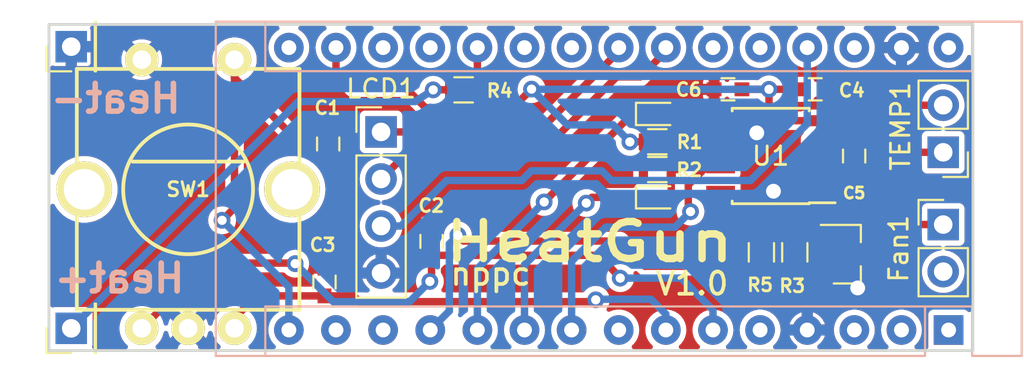
<source format=kicad_pcb>
(kicad_pcb (version 20221018) (generator pcbnew)
  (layers (0 "F.Cu" signal) (31 "B.Cu" signal) (34 "B.Paste" user) (35 "F.Paste" user) (36 "B.SilkS" user "B.Silkscreen") (37 "F.SilkS" user "F.Silkscreen") (38 "B.Mask" user) (39 "F.Mask" user) (44 "Edge.Cuts" user))
  (net 0 "")
  (net 1 "GND")
  (net 2 "Net-(J4-Pad23)")
  (net 3 "Net-(J4-Pad24)")
  (net 4 "VCC")
  (net 5 "Net-(Q2-Pad1)")
  (net 6 "Net-(C2-Pad1)")
  (net 7 "Net-(C3-Pad1)")
  (net 8 "Net-(C1-Pad1)")
  (net 9 "+3V3")
  (net 10 "Net-(C5-Pad2)")
  (net 11 "Net-(C5-Pad1)")
  (net 12 "Net-(D1-Pad2)")
  (net 13 "/T_SCK")
  (net 14 "Net-(D2-Pad2)")
  (net 15 "/T_CS")
  (net 16 "Net-(Fan1-Pad1)")
  (net 17 "/Heater")
  (net 18 "/Fan")
  (net 19 "/T_SO")
  (net 20 "Net-(Heater_pos1-Pad1)")
  (footprint "TO_SOT_Packages_SMD:SOT-23" (layer "F.Cu") (at 166.3 130.9)
    (fp_text reference "Q2" hide)
    (fp_text value "SI2308" hide)
    (fp_line (start 0.76 -1.58) (end -1.4 -1.58) (stroke (width 0.12)) (layer "F.SilkS"))
    (fp_line (start 0.76 -1.58) (end 0.76 -0.65) (stroke (width 0.12)) (layer "F.SilkS"))
    (fp_line (start 0.76 1.58) (end -0.7 1.58) (stroke (width 0.12)) (layer "F.SilkS"))
    (fp_line (start 0.76 1.58) (end 0.76 0.65) (stroke (width 0.12)) (layer "F.SilkS"))
    (pad "1" smd rect (at -1 -0.95) (size 0.9 0.8) (layers "F.Cu" "F.Paste" "F.Mask") (net 5 "Net-(Q2-Pad1)"))
    (pad "2" smd rect (at -1 0.95) (size 0.9 0.8) (layers "F.Cu" "F.Paste" "F.Mask") (net 1 "GND"))
    (pad "3" smd rect (at 1 0) (size 0.9 0.8) (layers "F.Cu" "F.Paste" "F.Mask") (net 16 "Net-(Fan1-Pad1)"))
  )
  (footprint "Resistors_SMD:R_0603" (layer "F.Cu") (at 156.09 124.83 180)
    (fp_text reference "R1" (at -1.74 -0.02 180) (layer "F.SilkS") (effects (font (size 0.7 0.7))))
    (fp_text value "10K" hide)
    (fp_line (start -0.5 -0.68) (end 0.5 -0.68) (stroke (width 0.12)) (layer "F.SilkS"))
    (fp_line (start 0.5 0.68) (end -0.5 0.68) (stroke (width 0.12)) (layer "F.SilkS"))
    (pad "1" smd rect (at -0.75 0 180) (size 0.5 0.9) (layers "F.Cu" "F.Paste" "F.Mask") (net 12 "Net-(D1-Pad2)"))
    (pad "2" smd rect (at 0.75 0 180) (size 0.5 0.9) (layers "F.Cu" "F.Paste" "F.Mask") (net 9 "+3V3"))
  )
  (footprint "Resistors_SMD:R_0603" (layer "F.Cu") (at 156.09 126.33)
    (fp_text reference "R2" (at 1.72 0.02) (layer "F.SilkS") (effects (font (size 0.7 0.7))))
    (fp_text value "10K" hide)
    (fp_line (start -0.5 -0.68) (end 0.5 -0.68) (stroke (width 0.12)) (layer "F.SilkS"))
    (fp_line (start 0.5 0.68) (end -0.5 0.68) (stroke (width 0.12)) (layer "F.SilkS"))
    (pad "1" smd rect (at -0.75 0) (size 0.5 0.9) (layers "F.Cu" "F.Paste" "F.Mask") (net 9 "+3V3"))
    (pad "2" smd rect (at 0.75 0) (size 0.5 0.9) (layers "F.Cu" "F.Paste" "F.Mask") (net 14 "Net-(D2-Pad2)"))
  )
  (footprint "Resistors_SMD:R_0603" (layer "F.Cu") (at 163.5 130.8 -90)
    (fp_text reference "R3" (at 1.81 0.14) (layer "F.SilkS") (effects (font (size 0.7 0.7))))
    (fp_text value "10K" hide)
    (fp_line (start -0.5 -0.68) (end 0.5 -0.68) (stroke (width 0.12)) (layer "F.SilkS"))
    (fp_line (start 0.5 0.68) (end -0.5 0.68) (stroke (width 0.12)) (layer "F.SilkS"))
    (pad "1" smd rect (at -0.75 0 270) (size 0.5 0.9) (layers "F.Cu" "F.Paste" "F.Mask") (net 5 "Net-(Q2-Pad1)"))
    (pad "2" smd rect (at 0.75 0 270) (size 0.5 0.9) (layers "F.Cu" "F.Paste" "F.Mask") (net 1 "GND"))
  )
  (footprint "Resistors_SMD:R_0603" (layer "F.Cu") (at 145.65 122.03 180)
    (fp_text reference "R4" (at -1.94 -0.05) (layer "F.SilkS") (effects (font (size 0.7 0.7))))
    (fp_text value "680" hide)
    (fp_line (start -0.5 -0.68) (end 0.5 -0.68) (stroke (width 0.12)) (layer "F.SilkS"))
    (fp_line (start 0.5 0.68) (end -0.5 0.68) (stroke (width 0.12)) (layer "F.SilkS"))
    (pad "1" smd rect (at -0.75 0 180) (size 0.5 0.9) (layers "F.Cu" "F.Paste" "F.Mask") (net 17 "/Heater"))
    (pad "2" smd rect (at 0.75 0 180) (size 0.5 0.9) (layers "F.Cu" "F.Paste" "F.Mask") (net 20 "Net-(Heater_pos1-Pad1)"))
  )
  (footprint "Resistors_SMD:R_0603" (layer "F.Cu") (at 161.7 130.8 90)
    (fp_text reference "R5" (at -1.76 -0.07 180) (layer "F.SilkS") (effects (font (size 0.7 0.7))))
    (fp_text value "100" hide)
    (fp_line (start -0.5 -0.68) (end 0.5 -0.68) (stroke (width 0.12)) (layer "F.SilkS"))
    (fp_line (start 0.5 0.68) (end -0.5 0.68) (stroke (width 0.12)) (layer "F.SilkS"))
    (pad "1" smd rect (at -0.75 0 90) (size 0.5 0.9) (layers "F.Cu" "F.Paste" "F.Mask") (net 18 "/Fan"))
    (pad "2" smd rect (at 0.75 0 90) (size 0.5 0.9) (layers "F.Cu" "F.Paste" "F.Mask") (net 5 "Net-(Q2-Pad1)"))
  )
  (footprint "Capacitors_SMD:C_0603" (layer "F.Cu") (at 138.35 124.95 90)
    (fp_text reference "C1" (at 1.95 -0.04 180) (layer "F.SilkS") (effects (font (size 0.7 0.7))))
    (fp_text value "10n" hide)
    (fp_line (start -0.35 -0.6) (end 0.35 -0.6) (stroke (width 0.12)) (layer "F.SilkS"))
    (fp_line (start 0.35 0.6) (end -0.35 0.6) (stroke (width 0.12)) (layer "F.SilkS"))
    (pad "1" smd rect (at -0.75 0 90) (size 0.8 0.75) (layers "F.Cu" "F.Paste" "F.Mask") (net 8 "Net-(C1-Pad1)"))
    (pad "2" smd rect (at 0.75 0 90) (size 0.8 0.75) (layers "F.Cu" "F.Paste" "F.Mask") (net 1 "GND"))
  )
  (footprint "Capacitors_SMD:C_0603" (layer "F.Cu") (at 143.92 130.21 90)
    (fp_text reference "C2" (at 1.93 -0.01 180) (layer "F.SilkS") (effects (font (size 0.7 0.7))))
    (fp_text value "10n" hide)
    (fp_line (start -0.35 -0.6) (end 0.35 -0.6) (stroke (width 0.12)) (layer "F.SilkS"))
    (fp_line (start 0.35 0.6) (end -0.35 0.6) (stroke (width 0.12)) (layer "F.SilkS"))
    (pad "1" smd rect (at -0.75 0 90) (size 0.8 0.75) (layers "F.Cu" "F.Paste" "F.Mask") (net 6 "Net-(C2-Pad1)"))
    (pad "2" smd rect (at 0.75 0 90) (size 0.8 0.75) (layers "F.Cu" "F.Paste" "F.Mask") (net 1 "GND"))
  )
  (footprint "Capacitors_SMD:C_0603" (layer "F.Cu") (at 138.15 132.4 90)
    (fp_text reference "C3" (at 2 -0.1 180) (layer "F.SilkS") (effects (font (size 0.7 0.7))))
    (fp_text value "10n" hide)
    (fp_line (start -0.35 -0.6) (end 0.35 -0.6) (stroke (width 0.12)) (layer "F.SilkS"))
    (fp_line (start 0.35 0.6) (end -0.35 0.6) (stroke (width 0.12)) (layer "F.SilkS"))
    (pad "1" smd rect (at -0.75 0 90) (size 0.8 0.75) (layers "F.Cu" "F.Paste" "F.Mask") (net 7 "Net-(C3-Pad1)"))
    (pad "2" smd rect (at 0.75 0 90) (size 0.8 0.75) (layers "F.Cu" "F.Paste" "F.Mask") (net 1 "GND"))
  )
  (footprint "Capacitors_SMD:C_0603" (layer "F.Cu") (at 164.6 122)
    (fp_text reference "C4" (at 1.97 0.06) (layer "F.SilkS") (effects (font (size 0.7 0.7))))
    (fp_text value "10uf" hide)
    (fp_line (start -0.35 -0.6) (end 0.35 -0.6) (stroke (width 0.12)) (layer "F.SilkS"))
    (fp_line (start 0.35 0.6) (end -0.35 0.6) (stroke (width 0.12)) (layer "F.SilkS"))
    (pad "1" smd rect (at -0.75 0) (size 0.8 0.75) (layers "F.Cu" "F.Paste" "F.Mask") (net 9 "+3V3"))
    (pad "2" smd rect (at 0.75 0) (size 0.8 0.75) (layers "F.Cu" "F.Paste" "F.Mask") (net 1 "GND"))
  )
  (footprint "Capacitors_SMD:C_0603" (layer "F.Cu") (at 166.7 125.6 -90)
    (fp_text reference "C5" (at 2 0) (layer "F.SilkS") (effects (font (size 0.6 0.6))))
    (fp_text value "10n" hide)
    (fp_line (start -0.35 -0.6) (end 0.35 -0.6) (stroke (width 0.12)) (layer "F.SilkS"))
    (fp_line (start 0.35 0.6) (end -0.35 0.6) (stroke (width 0.12)) (layer "F.SilkS"))
    (pad "1" smd rect (at -0.75 0 270) (size 0.8 0.75) (layers "F.Cu" "F.Paste" "F.Mask") (net 11 "Net-(C5-Pad1)"))
    (pad "2" smd rect (at 0.75 0 270) (size 0.8 0.75) (layers "F.Cu" "F.Paste" "F.Mask") (net 10 "Net-(C5-Pad2)"))
  )
  (footprint "Capacitors_SMD:C_0603" (layer "F.Cu") (at 159.9 122 180)
    (fp_text reference "C6" (at 2.12 -0.02 180) (layer "F.SilkS") (effects (font (size 0.7 0.7))))
    (fp_text value "100n" hide)
    (fp_line (start -0.35 -0.6) (end 0.35 -0.6) (stroke (width 0.12)) (layer "F.SilkS"))
    (fp_line (start 0.35 0.6) (end -0.35 0.6) (stroke (width 0.12)) (layer "F.SilkS"))
    (pad "1" smd rect (at -0.75 0 180) (size 0.8 0.75) (layers "F.Cu" "F.Paste" "F.Mask") (net 9 "+3V3"))
    (pad "2" smd rect (at 0.75 0 180) (size 0.8 0.75) (layers "F.Cu" "F.Paste" "F.Mask") (net 1 "GND"))
  )
  (footprint "Diodes_SMD:D_SOD-523" (layer "F.Cu") (at 156.09 123.33)
    (fp_text reference "D1" hide)
    (fp_text value "1n4148w" hide)
    (fp_line (start -1.15 -0.6) (end -1.15 0.6) (stroke (width 0.12)) (layer "F.SilkS"))
    (fp_line (start 0.7 -0.6) (end -1.15 -0.6) (stroke (width 0.12)) (layer "F.SilkS"))
    (fp_line (start 0.7 0.6) (end -1.15 0.6) (stroke (width 0.12)) (layer "F.SilkS"))
    (pad "1" smd rect (at -0.7 0 180) (size 0.6 0.7) (layers "F.Cu" "F.Paste" "F.Mask") (net 13 "/T_SCK"))
    (pad "2" smd rect (at 0.7 0 180) (size 0.6 0.7) (layers "F.Cu" "F.Paste" "F.Mask") (net 12 "Net-(D1-Pad2)"))
  )
  (footprint "Diodes_SMD:D_SOD-523" (layer "F.Cu") (at 156.09 127.83)
    (fp_text reference "D2" hide)
    (fp_text value "1n4148w" hide)
    (fp_line (start -1.15 -0.6) (end -1.15 0.6) (stroke (width 0.12)) (layer "F.SilkS"))
    (fp_line (start 0.7 -0.6) (end -1.15 -0.6) (stroke (width 0.12)) (layer "F.SilkS"))
    (fp_line (start 0.7 0.6) (end -1.15 0.6) (stroke (width 0.12)) (layer "F.SilkS"))
    (pad "1" smd rect (at -0.7 0 180) (size 0.6 0.7) (layers "F.Cu" "F.Paste" "F.Mask") (net 15 "/T_CS"))
    (pad "2" smd rect (at 0.7 0 180) (size 0.6 0.7) (layers "F.Cu" "F.Paste" "F.Mask") (net 14 "Net-(D2-Pad2)"))
  )
  (footprint "Pin_Headers:Pin_Header_Straight_1x02_Pitch2.54mm" (layer "F.Cu") (at 171.5 129.3)
    (fp_text reference "Fan1" (at -2.4 1.3 90) (layer "F.SilkS"))
    (fp_text value "Fan" hide)
    (fp_line (start -1.33 -1.33) (end 0 -1.33) (stroke (width 0.12)) (layer "F.SilkS"))
    (fp_line (start -1.33 0) (end -1.33 -1.33) (stroke (width 0.12)) (layer "F.SilkS"))
    (fp_line (start -1.33 1.27) (end -1.33 3.87) (stroke (width 0.12)) (layer "F.SilkS"))
    (fp_line (start -1.33 1.27) (end 1.33 1.27) (stroke (width 0.12)) (layer "F.SilkS"))
    (fp_line (start -1.33 3.87) (end 1.33 3.87) (stroke (width 0.12)) (layer "F.SilkS"))
    (fp_line (start 1.33 1.27) (end 1.33 3.87) (stroke (width 0.12)) (layer "F.SilkS"))
    (pad "1" thru_hole rect (at 0 0) (size 1.7 1.7) (drill 1) (layers "*.Cu" "*.Mask") (net 16 "Net-(Fan1-Pad1)"))
    (pad "2" thru_hole oval (at 0 2.54) (size 1.7 1.7) (drill 1) (layers "*.Cu" "*.Mask"))
  )
  (footprint "Pin_Headers:Pin_Header_Straight_1x04_Pitch2.54mm" (layer "F.Cu") (at 141.2 124.3)
    (fp_text reference "LCD1" (at 0 -2.33) (layer "F.SilkS"))
    (fp_text value "LCD")
    (fp_line (start -1.33 -1.33) (end 0 -1.33) (stroke (width 0.12)) (layer "F.SilkS"))
    (fp_line (start -1.33 0) (end -1.33 -1.33) (stroke (width 0.12)) (layer "F.SilkS"))
    (fp_line (start -1.33 1.27) (end -1.33 8.95) (stroke (width 0.12)) (layer "F.SilkS"))
    (fp_line (start -1.33 1.27) (end 1.33 1.27) (stroke (width 0.12)) (layer "F.SilkS"))
    (fp_line (start -1.33 8.95) (end 1.33 8.95) (stroke (width 0.12)) (layer "F.SilkS"))
    (fp_line (start 1.33 1.27) (end 1.33 8.95) (stroke (width 0.12)) (layer "F.SilkS"))
    (pad "1" thru_hole rect (at 0 0) (size 1.7 1.7) (drill 1) (layers "*.Cu" "*.Mask") (net 2 "Net-(J4-Pad23)"))
    (pad "2" thru_hole oval (at 0 2.54) (size 1.7 1.7) (drill 1) (layers "*.Cu" "*.Mask") (net 3 "Net-(J4-Pad24)"))
    (pad "3" thru_hole oval (at 0 5.08) (size 1.7 1.7) (drill 1) (layers "*.Cu" "*.Mask") (net 4 "VCC"))
    (pad "4" thru_hole oval (at 0 7.62) (size 1.7 1.7) (drill 1) (layers "*.Cu" "*.Mask") (net 1 "GND"))
  )
  (footprint "KiCadCustomLibs:SF-ROTARY-ENCODER" (layer "F.Cu") (at 130.8 127.4)
    (fp_text reference "SW1" (at 0 0) (layer "F.SilkS") (effects (font (size 0.762 0.762) (thickness 0.1524))))
    (fp_text value "Rotary_Encoder" hide)
    (fp_line (start -6 -6.5) (end 6 -6.5) (stroke (width 0.2032)) (layer "F.SilkS"))
    (fp_line (start -6 6.5) (end -6 -6.5) (stroke (width 0.2032)) (layer "F.SilkS"))
    (fp_line (start 3 -1.5) (end -3 -1.5) (stroke (width 0.2032)) (layer "F.SilkS"))
    (fp_line (start 6 -6.5) (end 6 6.5) (stroke (width 0.2032)) (layer "F.SilkS"))
    (fp_line (start 6 6.5) (end -6 6.5) (stroke (width 0.2032)) (layer "F.SilkS"))
    (fp_circle (center 0 0) (end 3.5 0) (stroke (width 0.2032)) (fill none) (layer "F.SilkS"))
    (pad "" thru_hole circle (at -5.6 0) (size 3 3) (drill 2.2) (layers "*.Cu" "*.Mask" "F.SilkS"))
    (pad "" thru_hole circle (at 5.6 0) (size 3 3) (drill 2.2) (layers "*.Cu" "*.Mask" "F.SilkS"))
    (pad "1" thru_hole circle (at -2.5 7.5) (size 1.8 1.8) (drill 1) (layers "*.Cu" "*.Mask" "F.SilkS") (net 6 "Net-(C2-Pad1)"))
    (pad "2" thru_hole circle (at 0 7.5) (size 1.8 1.8) (drill 1) (layers "*.Cu" "*.Mask" "F.SilkS") (net 1 "GND"))
    (pad "3" thru_hole circle (at 2.5 7.5) (size 1.8 1.8) (drill 1) (layers "*.Cu" "*.Mask" "F.SilkS") (net 7 "Net-(C3-Pad1)"))
    (pad "4" thru_hole circle (at -2.5 -7) (size 1.8 1.8) (drill 1) (layers "*.Cu" "*.Mask" "F.SilkS") (net 1 "GND"))
    (pad "5" thru_hole circle (at 2.5 -7) (size 1.8 1.8) (drill 1) (layers "*.Cu" "*.Mask" "F.SilkS") (net 8 "Net-(C1-Pad1)"))
  )
  (footprint "Pin_Headers:Pin_Header_Straight_1x02_Pitch2.54mm" (layer "F.Cu") (at 171.5 125.4 180)
    (fp_text reference "TEMP1" (at 2.3 1.4 270) (layer "F.SilkS"))
    (fp_text value "Temp sensor" hide)
    (fp_line (start -1.33 -1.33) (end 0 -1.33) (stroke (width 0.12)) (layer "F.SilkS"))
    (fp_line (start -1.33 0) (end -1.33 -1.33) (stroke (width 0.12)) (layer "F.SilkS"))
    (fp_line (start -1.33 1.27) (end -1.33 3.87) (stroke (width 0.12)) (layer "F.SilkS"))
    (fp_line (start -1.33 1.27) (end 1.33 1.27) (stroke (width 0.12)) (layer "F.SilkS"))
    (fp_line (start -1.33 3.87) (end 1.33 3.87) (stroke (width 0.12)) (layer "F.SilkS"))
    (fp_line (start 1.33 1.27) (end 1.33 3.87) (stroke (width 0.12)) (layer "F.SilkS"))
    (pad "1" thru_hole rect (at 0 0 180) (size 1.7 1.7) (drill 1) (layers "*.Cu" "*.Mask") (net 10 "Net-(C5-Pad2)"))
    (pad "2" thru_hole oval (at 0 2.54 180) (size 1.7 1.7) (drill 1) (layers "*.Cu" "*.Mask") (net 11 "Net-(C5-Pad1)"))
  )
  (footprint "Housings_SOIC:SOIC-8_3.9x4.9mm_Pitch1.27mm" (layer "F.Cu") (at 162.2 125.6 180)
    (fp_text reference "U1" (at 0 0 180) (layer "F.SilkS"))
    (fp_text value "MAX31855K" hide)
    (fp_line (start -2.075 -2.575) (end -2.075 -2.525) (stroke (width 0.15)) (layer "F.SilkS"))
    (fp_line (start -2.075 -2.575) (end 2.075 -2.575) (stroke (width 0.15)) (layer "F.SilkS"))
    (fp_line (start -2.075 -2.525) (end -3.475 -2.525) (stroke (width 0.15)) (layer "F.SilkS"))
    (fp_line (start -2.075 2.575) (end -2.075 2.43) (stroke (width 0.15)) (layer "F.SilkS"))
    (fp_line (start -2.075 2.575) (end 2.075 2.575) (stroke (width 0.15)) (layer "F.SilkS"))
    (fp_line (start 2.075 -2.575) (end 2.075 -2.43) (stroke (width 0.15)) (layer "F.SilkS"))
    (fp_line (start 2.075 2.575) (end 2.075 2.43) (stroke (width 0.15)) (layer "F.SilkS"))
    (pad "1" smd rect (at -2.7 -1.905 180) (size 1.55 0.6) (layers "F.Cu" "F.Paste" "F.Mask") (net 1 "GND"))
    (pad "2" smd rect (at -2.7 -0.635 180) (size 1.55 0.6) (layers "F.Cu" "F.Paste" "F.Mask") (net 10 "Net-(C5-Pad2)"))
    (pad "3" smd rect (at -2.7 0.635 180) (size 1.55 0.6) (layers "F.Cu" "F.Paste" "F.Mask") (net 11 "Net-(C5-Pad1)"))
    (pad "4" smd rect (at -2.7 1.905 180) (size 1.55 0.6) (layers "F.Cu" "F.Paste" "F.Mask") (net 9 "+3V3"))
    (pad "5" smd rect (at 2.7 1.905 180) (size 1.55 0.6) (layers "F.Cu" "F.Paste" "F.Mask") (net 12 "Net-(D1-Pad2)"))
    (pad "6" smd rect (at 2.7 0.635 180) (size 1.55 0.6) (layers "F.Cu" "F.Paste" "F.Mask") (net 14 "Net-(D2-Pad2)"))
    (pad "7" smd rect (at 2.7 -0.635 180) (size 1.55 0.6) (layers "F.Cu" "F.Paste" "F.Mask") (net 19 "/T_SO"))
    (pad "8" smd rect (at 2.7 -1.905 180) (size 1.55 0.6) (layers "F.Cu" "F.Paste" "F.Mask"))
  )
  (footprint "Pin_Headers:Pin_Header_Straight_1x01_Pitch2.54mm" (layer "F.Cu") (at 124.5 119.7 90)
    (fp_text reference "Heater_neg1" hide)
    (fp_text value "HEAT")
    (fp_line (start -1.33 -1.33) (end 0 -1.33) (stroke (width 0.12)) (layer "F.SilkS"))
    (fp_line (start -1.33 0) (end -1.33 -1.33) (stroke (width 0.12)) (layer "F.SilkS"))
    (fp_line (start -1.33 1.27) (end -1.33 1.33) (stroke (width 0.12)) (layer "F.SilkS"))
    (fp_line (start -1.33 1.27) (end 1.33 1.27) (stroke (width 0.12)) (layer "F.SilkS"))
    (fp_line (start -1.33 1.33) (end 1.33 1.33) (stroke (width 0.12)) (layer "F.SilkS"))
    (fp_line (start 1.33 1.27) (end 1.33 1.33) (stroke (width 0.12)) (layer "F.SilkS"))
    (pad "1" thru_hole rect (at 0 0 90) (size 1.7 1.7) (drill 1) (layers "*.Cu" "*.Mask") (net 1 "GND"))
  )
  (footprint "Pin_Headers:Pin_Header_Straight_1x01_Pitch2.54mm" (layer "F.Cu") (at 124.5 134.9 90)
    (fp_text reference "Heater_pos1" hide)
    (fp_text value "HEAT")
    (fp_line (start -1.33 -1.33) (end 0 -1.33) (stroke (width 0.12)) (layer "F.SilkS"))
    (fp_line (start -1.33 0) (end -1.33 -1.33) (stroke (width 0.12)) (layer "F.SilkS"))
    (fp_line (start -1.33 1.27) (end -1.33 1.33) (stroke (width 0.12)) (layer "F.SilkS"))
    (fp_line (start -1.33 1.27) (end 1.33 1.27) (stroke (width 0.12)) (layer "F.SilkS"))
    (fp_line (start -1.33 1.33) (end 1.33 1.33) (stroke (width 0.12)) (layer "F.SilkS"))
    (fp_line (start 1.33 1.27) (end 1.33 1.33) (stroke (width 0.12)) (layer "F.SilkS"))
    (pad "1" thru_hole rect (at 0 0 90) (size 1.7 1.7) (drill 1) (layers "*.Cu" "*.Mask") (net 20 "Net-(Heater_pos1-Pad1)"))
  )
  (footprint "Modules:Arduino_Nano" (layer "B.Cu") (at 171.79 134.99 90)
    (fp_text reference "J4" hide)
    (fp_text value "Arduino_Nano_Header" hide)
    (fp_line (start -1.4 -39.5) (end 16.64 -39.5) (stroke (width 0.12)) (layer "B.SilkS"))
    (fp_line (start -1.4 -1.27) (end -1.4 -39.5) (stroke (width 0.12)) (layer "B.SilkS"))
    (fp_line (start -1.4 3.94) (end -1.4 1.27) (stroke (width 0.12)) (layer "B.SilkS"))
    (fp_line (start 1.27 -36.83) (end -1.4 -36.83) (stroke (width 0.12)) (layer "B.SilkS"))
    (fp_line (start 1.27 -1.27) (end -1.4 -1.27) (stroke (width 0.12)) (layer "B.SilkS"))
    (fp_line (start 1.27 -1.27) (end 1.27 -36.83) (stroke (width 0.12)) (layer "B.SilkS"))
    (fp_line (start 1.27 -1.27) (end 1.27 1.27) (stroke (width 0.12)) (layer "B.SilkS"))
    (fp_line (start 1.27 1.27) (end -1.4 1.27) (stroke (width 0.12)) (layer "B.SilkS"))
    (fp_line (start 13.97 -36.83) (end 16.64 -36.83) (stroke (width 0.12)) (layer "B.SilkS"))
    (fp_line (start 13.97 1.27) (end 13.97 -36.83) (stroke (width 0.12)) (layer "B.SilkS"))
    (fp_line (start 13.97 1.27) (end 16.64 1.27) (stroke (width 0.12)) (layer "B.SilkS"))
    (fp_line (start 16.64 -39.5) (end 16.64 3.94) (stroke (width 0.12)) (layer "B.SilkS"))
    (fp_line (start 16.64 3.94) (end -1.4 3.94) (stroke (width 0.12)) (layer "B.SilkS"))
    (pad "1" thru_hole rect (at 0 0 90) (size 1.6 1.6) (drill 0.8) (layers "*.Cu" "*.Mask"))
    (pad "2" thru_hole oval (at 0 -2.54 90) (size 1.6 1.6) (drill 0.8) (layers "*.Cu" "*.Mask"))
    (pad "3" thru_hole oval (at 0 -5.08 90) (size 1.6 1.6) (drill 0.8) (layers "*.Cu" "*.Mask"))
    (pad "4" thru_hole oval (at 0 -7.62 90) (size 1.6 1.6) (drill 0.8) (layers "*.Cu" "*.Mask") (net 1 "GND"))
    (pad "5" thru_hole oval (at 0 -10.16 90) (size 1.6 1.6) (drill 0.8) (layers "*.Cu" "*.Mask"))
    (pad "6" thru_hole oval (at 0 -12.7 90) (size 1.6 1.6) (drill 0.8) (layers "*.Cu" "*.Mask") (net 6 "Net-(C2-Pad1)"))
    (pad "7" thru_hole oval (at 0 -15.24 90) (size 1.6 1.6) (drill 0.8) (layers "*.Cu" "*.Mask") (net 7 "Net-(C3-Pad1)"))
    (pad "8" thru_hole oval (at 0 -17.78 90) (size 1.6 1.6) (drill 0.8) (layers "*.Cu" "*.Mask"))
    (pad "9" thru_hole oval (at 0 -20.32 90) (size 1.6 1.6) (drill 0.8) (layers "*.Cu" "*.Mask") (net 19 "/T_SO"))
    (pad "10" thru_hole oval (at 0 -22.86 90) (size 1.6 1.6) (drill 0.8) (layers "*.Cu" "*.Mask") (net 15 "/T_CS"))
    (pad "11" thru_hole oval (at 0 -25.4 90) (size 1.6 1.6) (drill 0.8) (layers "*.Cu" "*.Mask") (net 13 "/T_SCK"))
    (pad "12" thru_hole oval (at 0 -27.94 90) (size 1.6 1.6) (drill 0.8) (layers "*.Cu" "*.Mask") (net 18 "/Fan"))
    (pad "13" thru_hole oval (at 0 -30.48 90) (size 1.6 1.6) (drill 0.8) (layers "*.Cu" "*.Mask"))
    (pad "14" thru_hole oval (at 0 -33.02 90) (size 1.6 1.6) (drill 0.8) (layers "*.Cu" "*.Mask"))
    (pad "15" thru_hole oval (at 0 -35.56 90) (size 1.6 1.6) (drill 0.8) (layers "*.Cu" "*.Mask") (net 8 "Net-(C1-Pad1)"))
    (pad "16" thru_hole oval (at 15.24 -35.56 90) (size 1.6 1.6) (drill 0.8) (layers "*.Cu" "*.Mask"))
    (pad "17" thru_hole oval (at 15.24 -33.02 90) (size 1.6 1.6) (drill 0.8) (layers "*.Cu" "*.Mask") (net 9 "+3V3"))
    (pad "18" thru_hole oval (at 15.24 -30.48 90) (size 1.6 1.6) (drill 0.8) (layers "*.Cu" "*.Mask"))
    (pad "19" thru_hole oval (at 15.24 -27.94 90) (size 1.6 1.6) (drill 0.8) (layers "*.Cu" "*.Mask"))
    (pad "20" thru_hole oval (at 15.24 -25.4 90) (size 1.6 1.6) (drill 0.8) (layers "*.Cu" "*.Mask") (net 17 "/Heater"))
    (pad "21" thru_hole oval (at 15.24 -22.86 90) (size 1.6 1.6) (drill 0.8) (layers "*.Cu" "*.Mask"))
    (pad "22" thru_hole oval (at 15.24 -20.32 90) (size 1.6 1.6) (drill 0.8) (layers "*.Cu" "*.Mask"))
    (pad "23" thru_hole oval (at 15.24 -17.78 90) (size 1.6 1.6) (drill 0.8) (layers "*.Cu" "*.Mask") (net 2 "Net-(J4-Pad23)"))
    (pad "24" thru_hole oval (at 15.24 -15.24 90) (size 1.6 1.6) (drill 0.8) (layers "*.Cu" "*.Mask") (net 3 "Net-(J4-Pad24)"))
    (pad "25" thru_hole oval (at 15.24 -12.7 90) (size 1.6 1.6) (drill 0.8) (layers "*.Cu" "*.Mask"))
    (pad "26" thru_hole oval (at 15.24 -10.16 90) (size 1.6 1.6) (drill 0.8) (layers "*.Cu" "*.Mask"))
    (pad "27" thru_hole oval (at 15.24 -7.62 90) (size 1.6 1.6) (drill 0.8) (layers "*.Cu" "*.Mask") (net 4 "VCC"))
    (pad "28" thru_hole oval (at 15.24 -5.08 90) (size 1.6 1.6) (drill 0.8) (layers "*.Cu" "*.Mask"))
    (pad "29" thru_hole oval (at 15.24 -2.54 90) (size 1.6 1.6) (drill 0.8) (layers "*.Cu" "*.Mask") (net 1 "GND"))
    (pad "30" thru_hole oval (at 15.24 0 90) (size 1.6 1.6) (drill 0.8) (layers "*.Cu" "*.Mask"))
  )
  (gr_line (start 123.3 118.5) (end 123.3 136.1) (stroke (width 0.15)) (layer "Edge.Cuts"))
  (gr_line (start 123.3 136.1) (end 173.1 136.1) (stroke (width 0.15)) (layer "Edge.Cuts"))
  (gr_line (start 173.1 118.5) (end 123.3 118.5) (stroke (width 0.15)) (layer "Edge.Cuts"))
  (gr_line (start 173.1 136.1) (end 173.1 118.5) (stroke (width 0.15)) (layer "Edge.Cuts"))
  (gr_text "Heat-" (at 126.9 122.5) (layer "B.SilkS") (effects (font (size 1.5 1.5) (thickness 0.3)) (justify mirror)))
  (gr_text "Heat+" (at 127.1 132.2) (layer "B.SilkS") (effects (font (size 1.5 1.5) (thickness 0.3)) (justify mirror)))
  (gr_text "HeatGun" (at 152.43 130.23) (layer "F.SilkS") (effects (font (size 2 2.5) (thickness 0.4))))
  (gr_text "V1.0" (at 157.96 132.49) (layer "F.SilkS") (effects (font (size 1.2 1.2) (thickness 0.2))))
  (gr_text "nppc" (at 147.1 131.96) (layer "F.SilkS") (effects (font (size 1.2 1.2) (thickness 0.2))))
  (segment (start 166.02 131.85) (end 166.89 132.72) (width 0.4) (layer "F.Cu") (net 1))
  (segment (start 162.915 127.505) (end 162.35 127.5) (width 0.4) (layer "F.Cu") (net 1))
  (segment (start 162.35 125.25) (end 161.45 124.35) (width 0.4) (layer "F.Cu") (net 1))
  (segment (start 162.35 127.5) (end 162.35 125.25) (width 0.4) (layer "F.Cu") (net 1))
  (segment (start 164.9 127.505) (end 162.915 127.505) (width 0.4) (layer "F.Cu") (net 1))
  (segment (start 165.3 131.85) (end 166.02 131.85) (width 0.4) (layer "F.Cu") (net 1))
  (via (at 166.89 132.72) (size 1.5) (drill 0.8) (layers "F.Cu" "B.Cu") (net 1))
  (via (at 162.35 127.5) (size 1.5) (drill 0.8) (layers "F.Cu" "B.Cu") (net 1))
  (via (at 161.45 124.35) (size 1.5) (drill 0.8) (layers "F.Cu" "B.Cu") (net 1))
  (segment (start 149.67 124.3) (end 154.01 119.96) (width 0.4) (layer "F.Cu") (net 2))
  (segment (start 154.01 119.96) (end 154.01 119.75) (width 0.4) (layer "F.Cu") (net 2))
  (segment (start 141.2 124.3) (end 149.67 124.3) (width 0.4) (layer "F.Cu") (net 2))
  (segment (start 156.55 119.4) (end 156.55 119.75) (width 0.4) (layer "F.Cu") (net 3))
  (segment (start 156.55 119.95) (end 155.17 121.33) (width 0.4) (layer "F.Cu") (net 3))
  (segment (start 155.17 121.33) (end 153.9 121.33) (width 0.4) (layer "F.Cu") (net 3))
  (segment (start 153.9 121.33) (end 150 125.23) (width 0.4) (layer "F.Cu") (net 3))
  (segment (start 150 125.23) (end 142.81 125.23) (width 0.4) (layer "F.Cu") (net 3))
  (segment (start 142.81 125.23) (end 141.2 126.84) (width 0.4) (layer "F.Cu") (net 3))
  (segment (start 156.55 119.75) (end 156.55 119.95) (width 0.4) (layer "F.Cu") (net 3))
  (via (at 141.2 129.38) (size 0.9) (drill 0.5) (layers "F.Cu" "B.Cu") (net 4))
  (segment (start 141.2 129.38) (end 141.21 129.39) (width 0.4) (layer "B.Cu") (net 4))
  (segment (start 164.17 123.86) (end 161.11 126.92) (width 0.4) (layer "B.Cu") (net 4))
  (segment (start 144.73 126.92) (end 142.27 129.38) (width 0.4) (layer "B.Cu") (net 4))
  (segment (start 141.2 129.38) (end 142.27 129.38) (width 0.4) (layer "B.Cu") (net 4))
  (segment (start 148.78 126.92) (end 149.3 126.4) (width 0.4) (layer "B.Cu") (net 4))
  (segment (start 149.3 126.4) (end 153.1 126.4) (width 0.4) (layer "B.Cu") (net 4))
  (segment (start 153.1 126.4) (end 153.62 126.92) (width 0.4) (layer "B.Cu") (net 4))
  (segment (start 153.62 126.92) (end 161.11 126.92) (width 0.4) (layer "B.Cu") (net 4))
  (segment (start 144.73 126.92) (end 148.78 126.92) (width 0.4) (layer "B.Cu") (net 4))
  (segment (start 164.17 123.86) (end 164.17 119.75) (width 0.4) (layer "B.Cu") (net 4))
  (segment (start 164.63 129.95) (end 164.53 130.05) (width 0.4) (layer "F.Cu") (net 5))
  (segment (start 164.53 130.05) (end 163.5 130.05) (width 0.4) (layer "F.Cu") (net 5))
  (segment (start 161.7 130.05) (end 163.5 130.05) (width 0.4) (layer "F.Cu") (net 5))
  (segment (start 165.3 129.95) (end 164.63 129.95) (width 0.4) (layer "F.Cu") (net 5))
  (segment (start 154.09 132.19) (end 152.97 130.96) (width 0.4) (layer "F.Cu") (net 6))
  (segment (start 152.97 130.96) (end 143.92 130.96) (width 0.4) (layer "F.Cu") (net 6))
  (segment (start 143.92 132.28) (end 143.83 132.37) (width 0.4) (layer "F.Cu") (net 6))
  (segment (start 136.57 131.41) (end 136.54 131.38) (width 0.4) (layer "F.Cu") (net 6))
  (segment (start 136.54 131.38) (end 131.82 131.38) (width 0.4) (layer "F.Cu") (net 6))
  (segment (start 131.82 131.38) (end 128.3 134.9) (width 0.4) (layer "F.Cu") (net 6))
  (segment (start 143.92 130.96) (end 143.92 132.28) (width 0.4) (layer "F.Cu") (net 6))
  (via (at 154.09 132.19) (size 0.9) (drill 0.5) (layers "F.Cu" "B.Cu") (net 6))
  (via (at 143.83 132.37) (size 0.9) (drill 0.5) (layers "F.Cu" "B.Cu") (net 6))
  (via (at 136.57 131.41) (size 0.9) (drill 0.5) (layers "F.Cu" "B.Cu") (net 6))
  (segment (start 159.09 133.91) (end 157.37 132.19) (width 0.4) (layer "B.Cu") (net 6))
  (segment (start 157.37 132.19) (end 154.09 132.19) (width 0.4) (layer "B.Cu") (net 6))
  (segment (start 143.83 132.37) (end 142.74 133.46) (width 0.4) (layer "B.Cu") (net 6))
  (segment (start 142.74 133.46) (end 138.62 133.46) (width 0.4) (layer "B.Cu") (net 6))
  (segment (start 138.62 133.46) (end 136.57 131.41) (width 0.4) (layer "B.Cu") (net 6))
  (segment (start 159.09 134.99) (end 159.09 133.91) (width 0.4) (layer "B.Cu") (net 6))
  (segment (start 133.3 134.34) (end 134.49 133.15) (width 0.4) (layer "F.Cu") (net 7))
  (segment (start 134.49 133.15) (end 138.15 133.15) (width 0.4) (layer "F.Cu") (net 7))
  (segment (start 139.72 133.15) (end 140.03 133.46) (width 0.4) (layer "F.Cu") (net 7))
  (segment (start 140.03 133.46) (end 152.67 133.46) (width 0.4) (layer "F.Cu") (net 7))
  (segment (start 152.67 133.46) (end 152.77 133.36) (width 0.4) (layer "F.Cu") (net 7))
  (segment (start 133.3 134.9) (end 133.3 134.34) (width 0.4) (layer "F.Cu") (net 7))
  (segment (start 138.15 133.15) (end 139.72 133.15) (width 0.4) (layer "F.Cu") (net 7))
  (via (at 152.77 133.36) (size 0.9) (drill 0.5) (layers "F.Cu" "B.Cu") (net 7))
  (segment (start 152.77 133.36) (end 152.8 133.33) (width 0.4) (layer "B.Cu") (net 7))
  (segment (start 152.8 133.33) (end 155.75 133.33) (width 0.4) (layer "B.Cu") (net 7))
  (segment (start 155.75 133.33) (end 156.55 134.13) (width 0.4) (layer "B.Cu") (net 7))
  (segment (start 156.55 134.13) (end 156.55 134.99) (width 0.4) (layer "B.Cu") (net 7))
  (segment (start 133.3 121.38) (end 137.62 125.7) (width 0.4) (layer "F.Cu") (net 8))
  (segment (start 137.62 125.7) (end 138.35 125.7) (width 0.4) (layer "F.Cu") (net 8))
  (segment (start 132.63 129.07) (end 133.3 128.4) (width 0.4) (layer "F.Cu") (net 8))
  (segment (start 133.3 128.4) (end 133.3 120.4) (width 0.4) (layer "F.Cu") (net 8))
  (segment (start 133.3 120.4) (end 133.3 121.38) (width 0.4) (layer "F.Cu") (net 8))
  (via (at 132.63 129.07) (size 0.9) (drill 0.5) (layers "F.Cu" "B.Cu") (net 8))
  (segment (start 136.23 132.67) (end 132.63 129.07) (width 0.4) (layer "B.Cu") (net 8))
  (segment (start 136.23 134.99) (end 136.23 132.67) (width 0.4) (layer "B.Cu") (net 8))
  (segment (start 162.35 122) (end 163.85 122) (width 0.4) (layer "F.Cu") (net 9))
  (segment (start 138.77 120.99) (end 139.69 121.91) (width 0.4) (layer "F.Cu") (net 9))
  (segment (start 139.69 121.91) (end 142.51 121.91) (width 0.4) (layer "F.Cu") (net 9))
  (segment (start 142.51 121.91) (end 143.59 122.99) (width 0.4) (layer "F.Cu") (net 9))
  (segment (start 143.59 122.99) (end 148.31 122.99) (width 0.4) (layer "F.Cu") (net 9))
  (segment (start 148.31 122.99) (end 149.31 121.99) (width 0.4) (layer "F.Cu") (net 9))
  (segment (start 162.11 122) (end 162.35 122) (width 0.4) (layer "F.Cu") (net 9))
  (segment (start 154.6 124.83) (end 154.61 124.84) (width 0.4) (layer "F.Cu") (net 9))
  (segment (start 162.845 123.695) (end 162.11 122.96) (width 0.4) (layer "F.Cu") (net 9))
  (segment (start 162.11 122.96) (end 162.11 122) (width 0.4) (layer "F.Cu") (net 9))
  (segment (start 155.34 124.83) (end 154.6 124.83) (width 0.4) (layer "F.Cu") (net 9))
  (segment (start 164.9 123.695) (end 162.845 123.695) (width 0.4) (layer "F.Cu") (net 9))
  (segment (start 155.34 124.83) (end 155.34 126.33) (width 0.4) (layer "F.Cu") (net 9))
  (segment (start 160.65 122) (end 162.11 122) (width 0.4) (layer "F.Cu") (net 9))
  (segment (start 138.77 119.75) (end 138.77 120.99) (width 0.4) (layer "F.Cu") (net 9))
  (via (at 149.31 121.99) (size 0.9) (drill 0.5) (layers "F.Cu" "B.Cu") (net 9))
  (via (at 154.61 124.84) (size 0.9) (drill 0.5) (layers "F.Cu" "B.Cu") (net 9))
  (via (at 162.11 122) (size 0.9) (drill 0.5) (layers "F.Cu" "B.Cu") (net 9))
  (segment (start 149.31 121.99) (end 149.32 122) (width 0.4) (layer "B.Cu") (net 9))
  (segment (start 149.32 122) (end 162.11 122) (width 0.4) (layer "B.Cu") (net 9))
  (segment (start 154.61 124.84) (end 153.71 123.92) (width 0.4) (layer "B.Cu") (net 9))
  (segment (start 153.71 123.92) (end 151.24 123.92) (width 0.4) (layer "B.Cu") (net 9))
  (segment (start 151.24 123.92) (end 149.31 121.99) (width 0.4) (layer "B.Cu") (net 9))
  (segment (start 166.585 126.235) (end 166.7 126.35) (width 0.4) (layer "F.Cu") (net 10))
  (segment (start 168.94 126.35) (end 169.89 125.4) (width 0.4) (layer "F.Cu") (net 10))
  (segment (start 169.89 125.4) (end 171.5 125.4) (width 0.4) (layer "F.Cu") (net 10))
  (segment (start 164.9 126.235) (end 166.585 126.235) (width 0.4) (layer "F.Cu") (net 10))
  (segment (start 166.7 126.35) (end 168.94 126.35) (width 0.4) (layer "F.Cu") (net 10))
  (segment (start 166.585 124.965) (end 166.7 124.85) (width 0.4) (layer "F.Cu") (net 11))
  (segment (start 166.84 124.85) (end 168.83 122.86) (width 0.4) (layer "F.Cu") (net 11))
  (segment (start 168.83 122.86) (end 171.5 122.86) (width 0.4) (layer "F.Cu") (net 11))
  (segment (start 166.7 124.85) (end 166.84 124.85) (width 0.4) (layer "F.Cu") (net 11))
  (segment (start 164.9 124.965) (end 166.585 124.965) (width 0.4) (layer "F.Cu") (net 11))
  (segment (start 157.76 123.33) (end 158.125 123.695) (width 0.4) (layer "F.Cu") (net 12))
  (segment (start 158.125 123.695) (end 159.5 123.695) (width 0.4) (layer "F.Cu") (net 12))
  (segment (start 156.79 123.98) (end 156.84 124.03) (width 0.4) (layer "F.Cu") (net 12))
  (segment (start 156.84 124.03) (end 156.84 124.83) (width 0.4) (layer "F.Cu") (net 12))
  (segment (start 156.79 123.33) (end 157.76 123.33) (width 0.4) (layer "F.Cu") (net 12))
  (segment (start 156.79 123.33) (end 156.79 123.98) (width 0.4) (layer "F.Cu") (net 12))
  (segment (start 154.74 123.33) (end 149.99 128.08) (width 0.4) (layer "F.Cu") (net 13))
  (segment (start 155.39 123.33) (end 154.74 123.33) (width 0.4) (layer "F.Cu") (net 13))
  (via (at 149.99 128.08) (size 0.9) (drill 0.5) (layers "F.Cu" "B.Cu") (net 13))
  (segment (start 146.39 131.68) (end 146.39 134.99) (width 0.4) (layer "B.Cu") (net 13))
  (segment (start 149.99 128.08) (end 146.39 131.68) (width 0.4) (layer "B.Cu") (net 13))
  (segment (start 157.13 126.33) (end 158.495 124.965) (width 0.4) (layer "F.Cu") (net 14))
  (segment (start 158.495 124.965) (end 159.5 124.965) (width 0.4) (layer "F.Cu") (net 14))
  (segment (start 156.84 127.78) (end 156.79 127.83) (width 0.4) (layer "F.Cu") (net 14))
  (segment (start 156.84 126.33) (end 157.13 126.33) (width 0.4) (layer "F.Cu") (net 14))
  (segment (start 156.84 126.33) (end 156.84 127.78) (width 0.4) (layer "F.Cu") (net 14))
  (segment (start 152.57 127.83) (end 152.26 128.14) (width 0.4) (layer "F.Cu") (net 15))
  (segment (start 155.39 127.83) (end 152.57 127.83) (width 0.4) (layer "F.Cu") (net 15))
  (via (at 152.26 128.14) (size 0.9) (drill 0.5) (layers "F.Cu" "B.Cu") (net 15))
  (segment (start 148.93 131.47) (end 148.93 134.99) (width 0.4) (layer "B.Cu") (net 15))
  (segment (start 152.26 128.14) (end 148.93 131.47) (width 0.4) (layer "B.Cu") (net 15))
  (segment (start 168.34 130.9) (end 169.94 129.3) (width 0.4) (layer "F.Cu") (net 16))
  (segment (start 169.94 129.3) (end 171.5 129.3) (width 0.4) (layer "F.Cu") (net 16))
  (segment (start 167.3 130.9) (end 168.34 130.9) (width 0.4) (layer "F.Cu") (net 16))
  (segment (start 146.39 122.02) (end 146.4 122.03) (width 0.4) (layer "F.Cu") (net 17))
  (segment (start 146.39 119.75) (end 146.39 122.02) (width 0.4) (layer "F.Cu") (net 17))
  (segment (start 155.43 131.55) (end 154.07 130.19) (width 0.4) (layer "F.Cu") (net 18))
  (segment (start 154.07 130.19) (end 145.65 130.19) (width 0.4) (layer "F.Cu") (net 18))
  (segment (start 145.65 130.19) (end 145.34 129.88) (width 0.4) (layer "F.Cu") (net 18))
  (segment (start 161.7 131.55) (end 155.43 131.55) (width 0.4) (layer "F.Cu") (net 18))
  (via (at 145.34 129.88) (size 0.9) (drill 0.5) (layers "F.Cu" "B.Cu") (net 18))
  (segment (start 145.34 129.88) (end 144.88 130.34) (width 0.4) (layer "B.Cu") (net 18))
  (segment (start 144.88 130.34) (end 144.88 133.96) (width 0.4) (layer "B.Cu") (net 18))
  (segment (start 144.88 133.96) (end 143.85 134.99) (width 0.4) (layer "B.Cu") (net 18))
  (segment (start 158.685 126.235) (end 157.76 127.16) (width 0.4) (layer "F.Cu") (net 19))
  (segment (start 157.76 127.16) (end 157.76 128.53) (width 0.4) (layer "F.Cu") (net 19))
  (segment (start 157.76 128.53) (end 157.83 128.6) (width 0.4) (layer "F.Cu") (net 19))
  (segment (start 157.83 128.6) (end 157.88 128.6) (width 0.4) (layer "F.Cu") (net 19))
  (segment (start 151.47 134.99) (end 151.47 134.42) (width 0.4) (layer "F.Cu") (net 19))
  (segment (start 159.5 126.235) (end 158.685 126.235) (width 0.4) (layer "F.Cu") (net 19))
  (via (at 157.88 128.6) (size 0.9) (drill 0.5) (layers "F.Cu" "B.Cu") (net 19))
  (segment (start 157.04 129.44) (end 153.31 129.44) (width 0.4) (layer "B.Cu") (net 19))
  (segment (start 153.31 129.44) (end 151.47 131.28) (width 0.4) (layer "B.Cu") (net 19))
  (segment (start 151.47 131.28) (end 151.47 134.99) (width 0.4) (layer "B.Cu") (net 19))
  (segment (start 157.88 128.6) (end 157.04 129.44) (width 0.4) (layer "B.Cu") (net 19))
  (segment (start 144.01 122.03) (end 144.02 122.02) (width 0.4) (layer "F.Cu") (net 20))
  (segment (start 144.9 122.03) (end 144.02 122.02) (width 0.4) (layer "F.Cu") (net 20))
  (via (at 144.01 122.03) (size 0.9) (drill 0.5) (layers "F.Cu" "B.Cu") (net 20))
  (segment (start 143.03 122.66) (end 136.74 122.66) (width 0.4) (layer "B.Cu") (net 20))
  (segment (start 136.74 122.66) (end 124.5 134.9) (width 0.4) (layer "B.Cu") (net 20))
  (segment (start 144.01 122.03) (end 143.03 122.66) (width 0.4) (layer "B.Cu") (net 20))
  (segment (start 124.5 134.9) (end 124.56 134.9) (width 0.4) (layer "B.Cu") (net 20))
  (zone (net 1) (net_name "GND") (layer "F.Cu") (connect_pads (clearance 0.2)) (min_thickness 0.25) (fill yes (thermal_gap 0.2) (thermal_bridge_width 0.6))
    (polygon (pts (xy 122.29 117.84) (xy 174.18 117.84) (xy 174.18 137.97) (xy 122.33 137.97) (xy 122.33 137.06)))
  )
  (zone (net 1) (net_name "GND") (layer "B.Cu") (connect_pads (clearance 0.2)) (min_thickness 0.25) (fill yes (thermal_gap 0.2) (thermal_bridge_width 0.6))
    (polygon (pts (xy 120.66 137.08) (xy 120.66 117.18) (xy 173.49 117.18) (xy 173.49 137.1) (xy 171.6 137.1)))
  )
)
</source>
